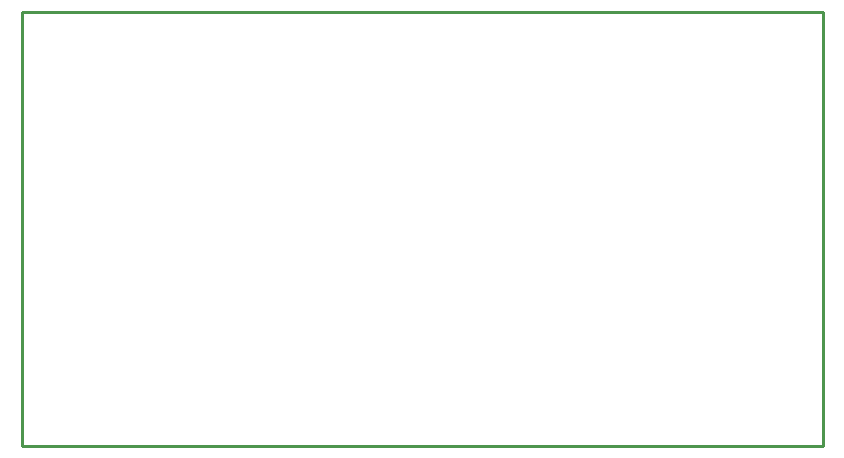
<source format=gko>
G04*
G04 #@! TF.GenerationSoftware,Altium Limited,Altium Designer,20.0.8 (157)*
G04*
G04 Layer_Color=16711935*
%FSLAX24Y24*%
%MOIN*%
G70*
G01*
G75*
%ADD14C,0.0100*%
D14*
X52100Y20400D02*
X52100Y34850D01*
X50050Y20400D02*
X52100D01*
X31250D02*
X50050D01*
X25400D02*
X25400Y34850D01*
X25400Y20400D02*
X31250D01*
X25400Y34850D02*
X52100D01*
M02*

</source>
